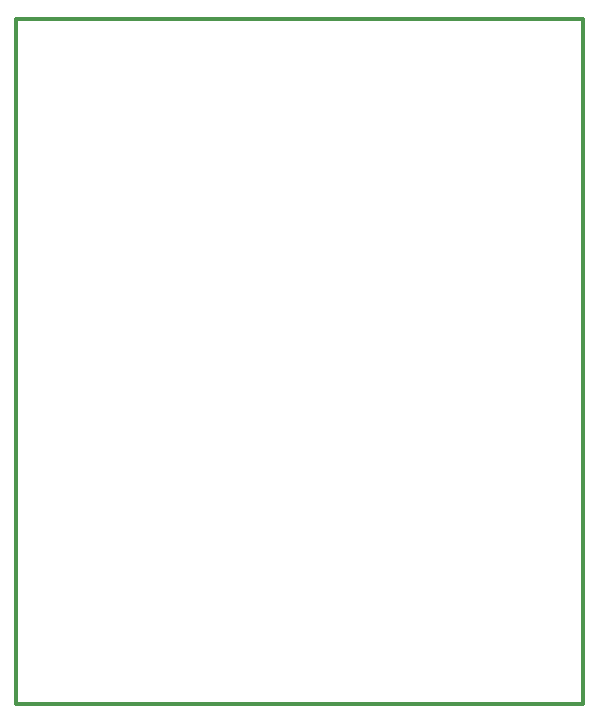
<source format=gko>
G04 CAMtasticDXP RS274-X Output*
G04 Serial Number: 0000-00-00000*
G04 File Name:C:\UA\SALbot\Gerber files\Gerbtool\Garra2\garra_pcb2.gko *
%FSLAX23Y23*%
%MOMM*%
%SFA1B1*%

%IPPOS*%
%ADD11C,0.299999*%
G54D11*
X1001Y1001D02*
Y59001D01*
X49001*
Y1001D02*
Y59001D01*
X1001Y1001D02*
X49001D01*
M02*
</source>
